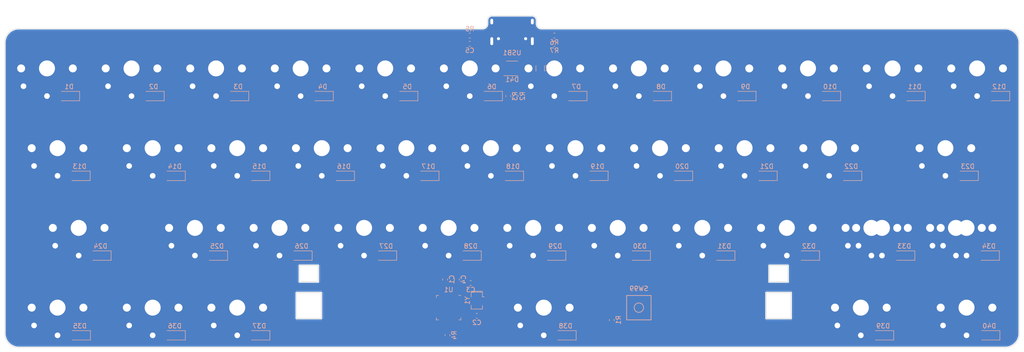
<source format=kicad_pcb>
(kicad_pcb (version 20210228) (generator pcbnew)
  (layers (0 "F.Cu" signal) (31 "B.Cu" signal) (34 "B.Paste" user) (35 "F.Paste" user) (36 "B.SilkS" user "B.Silkscreen") (37 "F.SilkS" user "F.Silkscreen") (38 "B.Mask" user) (39 "F.Mask" user) (44 "Edge.Cuts" user))
  (net 0 "")
  (net 1 "GND")
  (net 2 "+5V")
  (net 3 "Net-(D1-Pad2)")
  (net 4 "row0")
  (net 5 "Net-(D2-Pad2)")
  (net 6 "Net-(D3-Pad2)")
  (net 7 "Net-(D4-Pad2)")
  (net 8 "Net-(D5-Pad2)")
  (net 9 "Net-(D6-Pad2)")
  (net 10 "Net-(D7-Pad2)")
  (net 11 "Net-(D8-Pad2)")
  (net 12 "Net-(D9-Pad2)")
  (net 13 "Net-(D10-Pad2)")
  (net 14 "Net-(D11-Pad2)")
  (net 15 "Net-(D12-Pad2)")
  (net 16 "Net-(D13-Pad2)")
  (net 17 "row1")
  (net 18 "Net-(D14-Pad2)")
  (net 19 "Net-(D15-Pad2)")
  (net 20 "Net-(D16-Pad2)")
  (net 21 "Net-(D17-Pad2)")
  (net 22 "Net-(D18-Pad2)")
  (net 23 "Net-(D19-Pad2)")
  (net 24 "Net-(D20-Pad2)")
  (net 25 "Net-(D21-Pad2)")
  (net 26 "Net-(D22-Pad2)")
  (net 27 "Net-(D23-Pad2)")
  (net 28 "Net-(D24-Pad2)")
  (net 29 "row2")
  (net 30 "Net-(D25-Pad2)")
  (net 31 "Net-(D26-Pad2)")
  (net 32 "Net-(D27-Pad2)")
  (net 33 "Net-(D28-Pad2)")
  (net 34 "Net-(D29-Pad2)")
  (net 35 "Net-(D30-Pad2)")
  (net 36 "Net-(D31-Pad2)")
  (net 37 "Net-(D32-Pad2)")
  (net 38 "Net-(D33-Pad2)")
  (net 39 "Net-(D34-Pad2)")
  (net 40 "Net-(D35-Pad2)")
  (net 41 "row3")
  (net 42 "Net-(D36-Pad2)")
  (net 43 "Net-(D37-Pad2)")
  (net 44 "Net-(D38-Pad2)")
  (net 45 "Net-(D39-Pad2)")
  (net 46 "Net-(D40-Pad2)")
  (net 47 "VCC")
  (net 48 "D+")
  (net 49 "D-")
  (net 50 "DP+")
  (net 51 "DP-")
  (net 52 "Net-(R4-Pad2)")
  (net 53 "Net-(R5-Pad1)")
  (net 54 "Net-(R6-Pad1)")
  (net 55 "Net-(SW14-Pad2)")
  (net 56 "Net-(SW15-Pad2)")
  (net 57 "Net-(SW16-Pad2)")
  (net 58 "Net-(SW17-Pad2)")
  (net 59 "Net-(SW18-Pad2)")
  (net 60 "Net-(SW19-Pad2)")
  (net 61 "Net-(SW20-Pad2)")
  (net 62 "Net-(SW21-Pad2)")
  (net 63 "Net-(SW10-Pad2)")
  (net 64 "Net-(SW11-Pad2)")
  (net 65 "Net-(SW12-Pad2)")
  (net 88 "Net-(C1-Pad1)")
  (net 89 "Net-(C5-Pad2)")
  (net 90 "Net-(SW99-Pad2)")
  (net 91 "Net-(SW1-Pad2)")
  (net 92 "Net-(U1-Pad2)")
  (net 93 "Net-(U1-Pad1)")
  (footprint "mbk:Choc-1u-solder" (layer "F.Cu") (at 34 33.5)
    (fp_text reference "SW1")
    (fp_text value "SW_Push" hide)
  )
  (footprint "mbk:Choc-1.25u-solder" (layer "F.Cu") (at 207.25 84.5)
    (fp_text reference "SW39")
    (fp_text value "SW_Push" hide)
  )
  (footprint "mbk:Choc-1u-solder" (layer "F.Cu") (at 101.5 67.5)
    (fp_text reference "SW27")
    (fp_text value "SW_Push" hide)
  )
  (footprint "mbk:Choc-1u-solder" (layer "F.Cu") (at 191.5 67.5)
    (fp_text reference "SW32")
    (fp_text value "SW_Push" hide)
  )
  (footprint "mbk:Choc-1u-solder" (layer "F.Cu") (at 142 33.5)
    (fp_text reference "SW7")
    (fp_text value "SW_Push" hide)
  )
  (footprint "mbk:Choc-1u-solder" (layer "F.Cu") (at 88 33.5)
    (fp_text reference "SW4")
    (fp_text value "SW_Push" hide)
  )
  (footprint "mbk:Choc-1u-solder" (layer "F.Cu") (at 232 33.5)
    (fp_text reference "SW12")
    (fp_text value "SW_Push" hide)
  )
  (footprint "mbk:Choc-1.25u-solder" (layer "F.Cu") (at 229.75 84.5)
    (fp_text reference "SW40")
    (fp_text value "SW_Push" hide)
  )
  (footprint "mbk:Choc-1u-solder" (layer "F.Cu") (at 209.5 67.5)
    (fp_text reference "SW33a1")
    (fp_text value "SW_Push" hide)
  )
  (footprint "mbk:Choc-1u-solder" (layer "F.Cu") (at 214 33.5)
    (fp_text reference "SW11")
    (fp_text value "SW_Push" hide)
  )
  (footprint "mbk:Choc-1u-solder" (layer "F.Cu") (at 227.5 67.5)
    (fp_text reference "SW34b1")
    (fp_text value "SW_Push" hide)
  )
  (footprint "mbk:Choc-1u-solder" (layer "F.Cu") (at 74.5 84.5)
    (fp_text reference "SW37")
    (fp_text value "SW_Push" hide)
  )
  (footprint "mbk:Choc-1u-solder" (layer "F.Cu") (at 110.5 50.5)
    (fp_text reference "SW17")
    (fp_text value "SW_Push" hide)
  )
  (footprint "mbk:Choc-1u-solder" (layer "F.Cu") (at 106 33.5)
    (fp_text reference "SW5")
    (fp_text value "SW_Push" hide)
  )
  (footprint "mbk:Choc-1u-solder" (layer "F.Cu") (at 155.5 67.5)
    (fp_text reference "SW30")
    (fp_text value "SW_Push" hide)
  )
  (footprint "mbk:Choc-1.25u-solder" (layer "F.Cu") (at 36.25 84.5)
    (fp_text reference "SW35")
    (fp_text value "SW_Push" hide)
  )
  (footprint "mbk:Choc-1u-solder" (layer "F.Cu") (at 164.5 50.5)
    (fp_text reference "SW20")
    (fp_text value "SW_Push" hide)
  )
  (footprint "mbk:Choc-1u-solder" (layer "F.Cu") (at 182.5 50.5)
    (fp_text reference "SW21")
    (fp_text value "SW_Push" hide)
  )
  (footprint "mbk:Choc-1u-solder" (layer "F.Cu") (at 128.5 50.5)
    (fp_text reference "SW18")
    (fp_text value "SW_Push" hide)
  )
  (footprint "mbk:Choc-1u-solder" (layer "F.Cu") (at 83.5 67.5)
    (fp_text reference "SW26")
    (fp_text value "SW_Push" hide)
  )
  (footprint "mbk:Choc-1.75u-solder" (layer "F.Cu") (at 225.25 50.5)
    (fp_text reference "SW23")
    (fp_text value "SW_Push" hide)
  )
  (footprint "mbk:Choc-1u-solder" (layer "F.Cu") (at 56.5 84.5)
    (fp_text reference "SW36")
    (fp_text value "SW_Push" hide)
  )
  (footprint "mbk:Choc-1u-solder" (layer "F.Cu") (at 173.5 67.5)
    (fp_text reference "SW31")
    (fp_text value "SW_Push" hide)
  )
  (footprint "mbk:Choc-1u-solder" (layer "F.Cu") (at 74.5 50.5)
    (fp_text reference "SW15")
    (fp_text value "SW_Push" hide)
  )
  (footprint "mbk:Choc-1.25u-solder" (layer "F.Cu") (at 36.25 50.5)
    (fp_text reference "SW13")
    (fp_text value "SW_Push" hide)
  )
  (footprint "mbk:Choc-1u-solder" (layer "F.Cu") (at 137.5 67.5)
    (fp_text reference "SW29")
    (fp_text value "SW_Push" hide)
  )
  (footprint "mbk:Choc-1u-solder" (layer "F.Cu") (at 178 33.5)
    (fp_text reference "SW9")
    (fp_text value "SW_Push" hide)
  )
  (footprint "mbk:Choc-1u-solder" (layer "F.Cu") (at 160 33.5)
    (fp_text reference "SW8")
    (fp_text value "SW_Push" hide)
  )
  (footprint "mbk:Choc-1u-solder" (layer "F.Cu") (at 65.5 67.5)
    (fp_text reference "SW25")
    (fp_text value "SW_Push" hide)
  )
  (footprint "mbk:Choc-1u-solder" (layer "F.Cu") (at 92.5 50.5)
    (fp_text reference "SW16")
    (fp_text value "SW_Push" hide)
  )
  (footprint "mbk:Choc-1u-solder" (layer "F.Cu") (at 70 33.5)
    (fp_text reference "SW3")
    (fp_text value "SW_Push" hide)
  )
  (footprint "mbk:Choc-1.25u-solder" (layer "F.Cu") (at 211.75 67.5)
    (fp_text reference "SW33b1")
    (fp_text value "SW_Push" hide)
  )
  (footprint "mbk:Choc-1u-solder" (layer "F.Cu") (at 52 33.5)
    (fp_text reference "SW2")
    (fp_text value "SW_Push" hide)
  )
  (footprint "mbk:Choc-1.25u-solder" (layer "F.Cu") (at 229.75 67.5)
    (fp_text reference "SW34a1")
    (fp_text value "SW_Push" hide)
  )
  (footprint "mbk:Choc-1.75u-solder" (layer "F.Cu") (at 40.75 67.5)
    (fp_text reference "SW24")
    (fp_text value "SW_Push" hide)
  )
  (footprint "mbk:Choc-6.25u-solder" (layer "F.Cu") (at 139.75 84.5)
    (fp_text reference "SW38")
    (fp_text value "SW_Push" hide)
    (fp_line (start 47.35 -3.2) (end 47.35 2.3) (layer "Edge.Cuts") (width 0.12))
    (fp_line (start 52 -5.5) (end 52 -9) (layer "Edge.Cuts") (width 0.12))
    (fp_line (start -52 -9) (end -48 -9) (layer "Edge.Cuts") (width 0.12))
    (fp_line (start 47.35 2.3) (end 52.65 2.3) (layer "Edge.Cuts") (width 0.12))
    (fp_line (start -52 -5.5) (end -48 -5.5) (layer "Edge.Cuts") (width 0.12))
    (fp_line (start 47.35 -3.2) (end 52.65 -3.2) (layer "Edge.Cuts") (width 0.12))
    (fp_line (start -52.65 -3.2) (end -52.65 2.3) (layer "Edge.Cuts") (width 0.12))
    (fp_line (start 52.65 2.3) (end 52.65 -3.2) (layer "Edge.Cuts") (width 0.12))
    (fp_line (start -52.65 2.3) (end -47.35 2.3) (layer "Edge.Cuts") (width 0.12))
    (fp_line (start -47.35 2.3) (end -47.35 -3.2) (layer "Edge.Cuts") (width 0.12))
    (fp_line (start -52.65 -3.2) (end -47.35 -3.2) (layer "Edge.Cuts") (width 0.12))
    (fp_line (start -48 -5.5) (end -48 -9) (layer "Edge.Cuts") (width 0.12))
    (fp_line (start 48 -9) (end 48 -5.5) (layer "Edge.Cuts") (width 0.12))
    (fp_line (start 48 -5.5) (end 52 -5.5) (layer "Edge.Cuts") (width 0.12))
    (fp_line (start -52 -9) (end -52 -5.5) (layer "Edge.Cuts") (width 0.12))
    (fp_line (start 48 -9) (end 52 -9) (layer "Edge.Cuts") (width 0.12))
  )
  (footprint "mbk:Choc-1u-solder" (layer "F.Cu") (at 119.5 67.5)
    (fp_text reference "SW28")
    (fp_text value "SW_Push" hide)
  )
  (footprint "mbk:Choc-1u-solder" (layer "F.Cu") (at 56.5 50.5)
    (fp_text reference "SW14")
    (fp_text value "SW_Push" hide)
  )
  (footprint "mbk:Choc-1u-solder" (layer "F.Cu") (at 200.5 50.5)
    (fp_text reference "SW22")
    (fp_text value "SW_Push" hide)
  )
  (footprint "mbk:Choc-1u-solder" (layer "F.Cu") (at 196 33.5)
    (fp_text reference "SW10")
    (fp_text value "SW_Push" hide)
  )
  (footprint "mbk:Choc-1u-solder" (layer "F.Cu") (at 146.5 50.5)
    (fp_text reference "SW19")
    (fp_text value "SW_Push" hide)
  )
  (footprint "mbk:Choc-1u-solder" (layer "F.Cu") (at 124 33.5)
    (fp_text reference "SW6")
    (fp_text value "SW_Push" hide)
  )
  (footprint "Diode_SMD:D_SOD-123" (layer "B.Cu") (at 234.5 73.4 180)
    (fp_text reference "D34")
    (fp_text value "D_Small")
  )
  (footprint "Type-C:HRO-TYPE-C-31-M-12" (layer "B.Cu") (at 133 20.915)
    (fp_text reference "USB1")
    (fp_text value "HRO-TYPE-C-31-M-12")
  )
  (footprint "Diode_SMD:D_SOD-123" (layer "B.Cu") (at 216.5 73.4 180)
    (fp_text reference "D33")
    (fp_text value "D_Small")
  )
  (footprint "Diode_SMD:D_SOD-123" (layer "B.Cu") (at 187.2 56.4 180)
    (fp_text reference "D21")
    (fp_text value "D_Small")
  )
  (footprint "Diode_SMD:D_SOD-123" (layer "B.Cu") (at 236.7 39.4 180)
    (fp_text reference "D12")
    (fp_text value "D_Small")
  )
  (footprint "Diode_SMD:D_SOD-123" (layer "B.Cu") (at 218.7 39.4 180)
    (fp_text reference "D11")
    (fp_text value "D_Small")
  )
  (footprint "Diode_SMD:D_SOD-123" (layer "B.Cu") (at 169.2 56.4 180)
    (fp_text reference "D20")
    (fp_text value "D_Small")
  )
  (footprint "Diode_SMD:D_SOD-123" (layer "B.Cu") (at 40.95 56.4 180)
    (fp_text reference "D13")
    (fp_text value "D_Small")
  )
  (footprint "Capacitor_SMD:C_0603_1608Metric" (layer "B.Cu") (at 121.25 78.5 90)
    (fp_text reference "C4")
    (fp_text value "10uF")
  )
  (footprint "Diode_SMD:D_SOD-123" (layer "B.Cu") (at 133.2 56.4 180)
    (fp_text reference "D18")
    (fp_text value "D_Small")
  )
  (footprint "Resistor_SMD:R_0603_1608Metric" (layer "B.Cu") (at 132.2 39.4 90)
    (fp_text reference "R3")
    (fp_text value "22")
  )
  (footprint "Diode_SMD:D_SOD-123" (layer "B.Cu") (at 178.2 73.4 180)
    (fp_text reference "D31")
    (fp_text value "D_Small")
  )
  (footprint "Resistor_SMD:R_0603_1608Metric" (layer "B.Cu") (at 124 26.5 180)
    (fp_text reference "R5")
    (fp_text value "5k1")
  )
  (footprint "Diode_SMD:D_SOD-123" (layer "B.Cu") (at 164.7 39.4 180)
    (fp_text reference "D8")
    (fp_text value "D_Small")
  )
  (footprint "Capacitor_SMD:C_0603_1608Metric" (layer "B.Cu") (at 124 28.25)
    (fp_text reference "C5")
    (fp_text value "4.7n")
  )
  (footprint "Diode_SMD:D_SOD-123" (layer "B.Cu") (at 142.2 73.4 180)
    (fp_text reference "D29")
    (fp_text value "D_Small")
  )
  (footprint "Resistor_SMD:R_0603_1608Metric" (layer "B.Cu") (at 142 28.25)
    (fp_text reference "R7")
    (fp_text value "1M")
  )
  (footprint "Diode_SMD:D_SOD-123" (layer "B.Cu") (at 56.7 39.4 180)
    (fp_text reference "D2")
    (fp_text value "D_Small")
  )
  (footprint "Diode_SMD:D_SOD-123" (layer "B.Cu") (at 144.4 90.4 180)
    (fp_text reference "D38")
    (fp_text value "D_Small")
  )
  (footprint "Diode_SMD:D_SOD-123" (layer "B.Cu") (at 97.2 56.4 180)
    (fp_text reference "D16")
    (fp_text value "D_Small")
  )
  (footprint "Diode_SMD:D_SOD-123" (layer "B.Cu") (at 61.2 56.4 180)
    (fp_text reference "D14")
    (fp_text value "D_Small")
  )
  (footprint "Diode_SMD:D_SOD-123" (layer "B.Cu") (at 88.2 73.4 180)
    (fp_text reference "D26")
    (fp_text value "D_Small")
  )
  (footprint "Resistor_SMD:R_0603_1608Metric" (layer "B.Cu") (at 133.8 39.4 90)
    (fp_text reference "R2")
    (fp_text value "22")
  )
  (footprint "Diode_SMD:D_SOD-123" (layer "B.Cu") (at 61.2 90.4 180)
    (fp_text reference "D36")
    (fp_text value "D_Small")
  )
  (footprint "Resistor_SMD:R_0603_1608Metric" (layer "B.Cu") (at 119.25 90.375 90)
    (fp_text reference "R4")
    (fp_text value "10k")
  )
  (footprint "Diode_SMD:D_SOD-123" (layer "B.Cu") (at 128.7 39.4 180)
    (fp_text reference "D6")
    (fp_text value "D_Small")
  )
  (footprint "Diode_SMD:D_SOD-123" (layer "B.Cu") (at 79.2 56.4 180)
    (fp_text reference "D15")
    (fp_text value "D_Small")
  )
  (footprint "Diode_SMD:D_SOD-123" (layer "B.Cu") (at 115.2 56.4 180)
    (fp_text reference "D17")
    (fp_text value "D_Small")
  )
  (footprint "Resistor_SMD:R_0603_1608Metric" (layer "B.Cu") (at 154.225 87.15 90)
    (fp_text reference "R1")
    (fp_text value "10k")
  )
  (footprint "Capacitor_SMD:C_0603_1608Metric" (layer "B.Cu") (at 125.5 86.25)
    (fp_text reference "C2")
    (fp_text value "0.1uF")
  )
  (footprint "Diode_SMD:D_SOD-123" (layer "B.Cu") (at 106.2 73.4 180)
    (fp_text reference "D27")
    (fp_text value "D_Small")
  )
  (footprint "Package_TO_SOT_SMD:SOT-143" (layer "B.Cu") (at 133 33.5)
    (fp_text reference "D41")
    (fp_text value "PRTR5V0U2X")
  )
  (footprint "Capacitor_SMD:C_0603_1608Metric" (layer "B.Cu") (at 118.75 78.5 90)
    (fp_text reference "C1")
    (fp_text value "1uF")
  )
  (footprint "Diode_SMD:D_SOD-123" (layer "B.Cu") (at 230 56.4 180)
    (fp_text reference "D23")
    (fp_text value "D_Small")
  )
  (footprint "Diode_SMD:D_SOD-123" (layer "B.Cu") (at 38.7 39.4 180)
    (fp_text reference "D1")
    (fp_text value "D_Small")
  )
  (footprint "Diode_SMD:D_SOD-123" (layer "B.Cu") (at 45.4 73.4 180)
    (fp_text reference "D24")
    (fp_text value "D_Small")
  )
  (footprint "Diode_SMD:D_SOD-123" (layer "B.Cu") (at 74.7 39.4 180)
    (fp_text reference "D3")
    (fp_text value "D_Small")
  )
  (footprint "Fuse:Fuse_1206_3216Metric" (layer "B.Cu") (at 139 33.5 90)
    (fp_text reference "F1")
    (fp_text value "500mA")
  )
  (footprint "Diode_SMD:D_SOD-123" (layer "B.Cu") (at 212 90.4 180)
    (fp_text reference "D39")
    (fp_text value "D_Small")
  )
  (footprint "Diode_SMD:D_SOD-123" (layer "B.Cu") (at 79.2 90.4 180)
    (fp_text reference "D37")
    (fp_text value "D_Small")
  )
  (footprint "Diode_SMD:D_SOD-123" (layer "B.Cu") (at 124.2 73.4 180)
    (fp_text reference "D28")
    (fp_text value "D_Small")
  )
  (footprint "random-keyboard-parts:SKQG-1155865" (layer "B.Cu") (at 160 84.5)
    (fp_text reference "SW99")
    (fp_text value "SW_Push")
  )
  (footprint "Diode_SMD:D_SOD-123" (layer "B.Cu") (at 205.2 56.4 180)
    (fp_text reference "D22")
    (fp_text value "D_Small")
  )
  (footprint "Diode_SMD:D_SOD-123" (layer "B.Cu") (at 41 90.4 180)
    (fp_text reference "D35")
    (fp_text value "D_Small")
  )
  (footprint "Diode_SMD:D_SOD-123" (layer "B.Cu") (at 92.7 39.4 180)
    (fp_text reference "D4")
    (fp_text value "D_Small")
  )
  (footprint "Crystal:Resonator_SMD_muRata_CSTxExxV-3Pin_3.0x1.1mm" (layer "B.Cu") (at 125.5 83 -90)
    (fp_text reference "Y1")
    (fp_text value "Resonator_Small")
  )
  (footprint "Diode_SMD:D_SOD-123" (layer "B.Cu") (at 110.7 39.4 180)
    (fp_text reference "D5")
    (fp_text value "D_Small")
  )
  (footprint "Diode_SMD:D_SOD-123" (layer "B.Cu") (at 234.6 90.4 180)
    (fp_text reference "D40")
    (fp_text value "D_Small")
  )
  (footprint "Diode_SMD:D_SOD-123" (layer "B.Cu") (at 146.7 39.4 180)
    (fp_text reference "D7")
    (fp_text value "D_Small")
  )
  (footprint "Diode_SMD:D_SOD-123" (layer "B.Cu") (at 151.2 56.4 180)
    (fp_text reference "D19")
    (fp_text value "D_Small")
  )
  (footprint "Diode_SMD:D_SOD-123" (layer "B.Cu") (at 70.2 73.4 180)
    (fp_text reference "D25")
    (fp_text value "D_Small")
  )
  (footprint "Resistor_SMD:R_0603_1608Metric" (layer "B.Cu") (at 142 26.5)
    (fp_text reference "R6")
    (fp_text value "5k1")
  )
  (footprint "Diode_SMD:D_SOD-123" (layer "B.Cu") (at 160.2 73.4 180)
    (fp_text reference "D30")
    (fp_text value "D_Small")
  )
  (footprint "Diode_SMD:D_SOD-123" (layer "B.Cu") (at 200.7 39.4 180)
    (fp_text reference "D10")
    (fp_text value "D_Small")
  )
  (footprint "Package_DFN_QFN:QFN-32-1EP_5x5mm_P0.5mm_EP3.1x3.1mm" (layer "B.Cu") (at 119.5 84.5 180)
    (fp_text reference "U1")
    (fp_text value "ATmega32U2-MU")
  )
  (footprint "Capacitor_SMD:C_0603_1608Metric" (layer "B.Cu") (at 124.2 79.25)
    (fp_text reference "C3")
    (fp_text value "0.1uF")
  )
  (footprint "Diode_SMD:D_SOD-123" (layer "B.Cu") (at 196.2 73.4 180)
    (fp_text reference "D32")
    (fp_text value "D_Small")
  )
  (footprint "Diode_SMD:D_SOD-123" (layer "B.Cu") (at 182.7 39.4 180)
    (fp_text reference "D9")
    (fp_text value "D_Small")
  )
  (gr_line (start 241 90) (end 241 28) (layer "Edge.Cuts") (width 0.1))
  (gr_line (start 28 93) (end 238 93) (layer "Edge.Cuts") (width 0.1))
  (gr_line (start 127.75 24) (end 127.75 23.25) (layer "Edge.Cuts") (width 0.1))
  (gr_arc (start 28 90) (end 25 90) (angle -90) (layer "Edge.Cuts") (width 0.1))
  (gr_arc (start 238 28) (end 241 28) (angle -90) (layer "Edge.Cuts") (width 0.1))
  (gr_arc (start 126.75 24) (end 126.75 25) (angle -90) (layer "Edge.Cuts") (width 0.1))
  (gr_arc (start 128.75 23.25) (end 128.75 22.25) (angle -90) (layer "Edge.Cuts") (width 0.1))
  (gr_line (start 138.25 23.25) (end 138.25 24) (layer "Edge.Cuts") (width 0.1))
  (gr_arc (start 137.25 23.25) (end 138.25 23.25) (angle -90) (layer "Edge.Cuts") (width 0.1))
  (gr_arc (start 238 90) (end 238 93) (angle -90) (layer "Edge.Cuts") (width 0.1))
  (gr_arc (start 28 28) (end 28 25) (angle -90) (layer "Edge.Cuts") (width 0.1))
  (gr_line (start 25 28) (end 25 90) (layer "Edge.Cuts") (width 0.1))
  (gr_line (start 128.75 22.25) (end 137.25 22.25) (layer "Edge.Cuts") (width 0.1))
  (gr_arc (start 139.25 24) (end 138.25 24) (angle -90) (layer "Edge.Cuts") (width 0.1))
  (gr_line (start 126.75 25) (end 28 25) (layer "Edge.Cuts") (width 0.1))
  (gr_line (start 238 25) (end 139.25 25) (layer "Edge.Cuts") (width 0.1))
  (segment (start 34 39.4) (end 37.05 39.4) (width 0.25) (layer "B.Cu") (net 3))
  (segment (start 52 39.4) (end 55.05 39.4) (width 0.25) (layer "B.Cu") (net 5))
  (segment (start 70 39.4) (end 73.05 39.4) (width 0.25) (layer "B.Cu") (net 6))
  (segment (start 88 39.4) (end 91.05 39.4) (width 0.25) (layer "B.Cu") (net 7))
  (segment (start 106 39.4) (end 109.05 39.4) (width 0.25) (layer "B.Cu") (net 8))
  (segment (start 124 39.4) (end 127.05 39.4) (width 0.25) (layer "B.Cu") (net 9))
  (segment (start 142 39.4) (end 145.05 39.4) (width 0.25) (layer "B.Cu") (net 10))
  (segment (start 160 39.4) (end 163.05 39.4) (width 0.25) (layer "B.Cu") (net 11))
  (segment (start 178 39.4) (end 181.05 39.4) (width 0.25) (layer "B.Cu") (net 12))
  (segment (start 196 39.4) (end 199.05 39.4) (width 0.25) (layer "B.Cu") (net 13))
  (segment (start 214 39.4) (end 217.05 39.4) (width 0.25) (layer "B.Cu") (net 14))
  (segment (start 232 39.4) (end 235.05 39.4) (width 0.25) (layer "B.Cu") (net 15))
  (segment (start 113.55 56.4) (end 110.5 56.4) (width 0.25) (layer "B.Cu") (net 21))
  (segment (start 131.55 56.4) (end 128.5 56.4) (width 0.25) (layer "B.Cu") (net 22))
  (segment (start 149.55 56.4) (end 146.5 56.4) (width 0.25) (layer "B.Cu") (net 23))
  (segment (start 167.55 56.4) (end 164.5 56.4) (width 0.25) (layer "B.Cu") (net 24))
  (segment (start 185.55 56.4) (end 182.5 56.4) (width 0.25) (layer "B.Cu") (net 25))
  (segment (start 203.55 56.4) (end 200.5 56.4) (width 0.25) (layer "B.Cu") (net 26))
  (segment (start 228.35 56.4) (end 225.25 56.4) (width 0.25) (layer "B.Cu") (net 27))
  (zone (net 1) (net_name "GND") (layers F&B.Cu) (connect_pads (clearance 0.2)) (min_thickness 0.254) (fill yes (thermal_gap 0.508) (thermal_bridge_width 0.508))
    (polygon (pts (xy 242 94) (xy 24 94) (xy 24 21) (xy 242 21)))
  )
)
</source>
